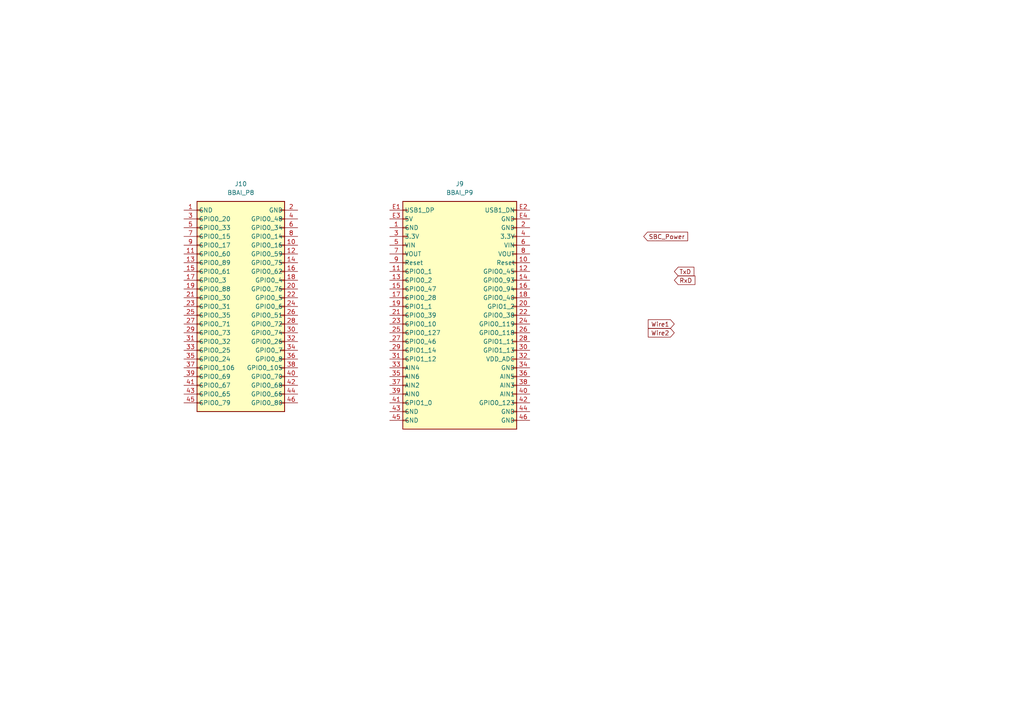
<source format=kicad_sch>
(kicad_sch (version 20231120) (generator "eeschema") (generator_version "8.0")
  (paper "A4")
  (lib_symbols
    (symbol "Custom Library:BBAI-64_P8"
      (property "Reference" "J" (at -67.31 18.542 0))
      (property "Value" "BBAI_P8" (at -67.31 16.51 0))
      (symbol "BBAI-64_P8_1_1"
        (rectangle (start -78.74 -44.323) (end -77.47 -44.577) (stroke (width 0.1524)))
        (rectangle (start -78.74 -41.783) (end -77.47 -42.037) (stroke (width 0.1524)))
        (rectangle (start -78.74 -39.243) (end -77.47 -39.497) (stroke (width 0.1524)))
        (rectangle (start -78.74 -36.703) (end -77.47 -36.957) (stroke (width 0.1524)))
        (rectangle (start -78.74 -34.163) (end -77.47 -34.417) (stroke (width 0.1524)))
        (rectangle (start -78.74 -31.623) (end -77.47 -31.877) (stroke (width 0.1524)))
        (rectangle (start -78.74 -29.083) (end -77.47 -29.337) (stroke (width 0.1524)))
        (rectangle (start -78.74 -26.543) (end -77.47 -26.797) (stroke (width 0.1524)))
        (rectangle (start -78.74 -24.003) (end -77.47 -24.257) (stroke (width 0.1524)))
        (rectangle (start -78.74 -21.463) (end -77.47 -21.717) (stroke (width 0.1524)))
        (rectangle (start -78.74 -18.923) (end -77.47 -19.177) (stroke (width 0.1524)))
        (rectangle (start -78.74 -16.383) (end -77.47 -16.637) (stroke (width 0.1524)))
        (rectangle (start -78.74 -13.843) (end -77.47 -14.097) (stroke (width 0.1524)))
        (rectangle (start -78.74 -11.303) (end -77.47 -11.557) (stroke (width 0.1524)))
        (rectangle (start -78.74 -8.763) (end -77.47 -9.017) (stroke (width 0.1524)))
        (rectangle (start -78.74 -6.223) (end -77.47 -6.477) (stroke (width 0.1524)))
        (rectangle (start -78.74 -3.683) (end -77.47 -3.937) (stroke (width 0.1524)))
        (rectangle (start -78.74 -1.143) (end -77.47 -1.397) (stroke (width 0.1524)))
        (rectangle (start -78.74 1.397) (end -77.47 1.143) (stroke (width 0.1524)))
        (rectangle (start -78.74 3.937) (end -77.47 3.683) (stroke (width 0.1524)))
        (rectangle (start -78.74 6.477) (end -77.47 6.223) (stroke (width 0.1524)))
        (rectangle (start -78.74 9.017) (end -77.47 8.763) (stroke (width 0.1524)))
        (rectangle (start -78.74 11.557) (end -77.47 11.303) (stroke (width 0.1524)))
        (rectangle (start -78.74 13.97) (end -53.34 -46.99) (stroke (width 0.254)) (fill (type background)))
        (rectangle (start -53.34 -44.323) (end -54.61 -44.577) (stroke (width 0.1524)))
        (rectangle (start -53.34 -41.783) (end -54.61 -42.037) (stroke (width 0.1524)))
        (rectangle (start -53.34 -39.243) (end -54.61 -39.497) (stroke (width 0.1524)))
        (rectangle (start -53.34 -36.703) (end -54.61 -36.957) (stroke (width 0.1524)))
        (rectangle (start -53.34 -34.163) (end -54.61 -34.417) (stroke (width 0.1524)))
        (rectangle (start -53.34 -31.623) (end -54.61 -31.877) (stroke (width 0.1524)))
        (rectangle (start -53.34 -29.083) (end -54.61 -29.337) (stroke (width 0.1524)))
        (rectangle (start -53.34 -26.543) (end -54.61 -26.797) (stroke (width 0.1524)))
        (rectangle (start -53.34 -24.003) (end -54.61 -24.257) (stroke (width 0.1524)))
        (rectangle (start -53.34 -21.463) (end -54.61 -21.717) (stroke (width 0.1524)))
        (rectangle (start -53.34 -18.923) (end -54.61 -19.177) (stroke (width 0.1524)))
        (rectangle (start -53.34 -16.383) (end -54.61 -16.637) (stroke (width 0.1524)))
        (rectangle (start -53.34 -13.843) (end -54.61 -14.097) (stroke (width 0.1524)))
        (rectangle (start -53.34 -11.303) (end -54.61 -11.557) (stroke (width 0.1524)))
        (rectangle (start -53.34 -8.763) (end -54.61 -9.017) (stroke (width 0.1524)))
        (rectangle (start -53.34 -6.223) (end -54.61 -6.477) (stroke (width 0.1524)))
        (rectangle (start -53.34 -3.683) (end -54.61 -3.937) (stroke (width 0.1524)))
        (rectangle (start -53.34 -1.143) (end -54.61 -1.397) (stroke (width 0.1524)))
        (rectangle (start -53.34 1.397) (end -54.61 1.143) (stroke (width 0.1524)))
        (rectangle (start -53.34 3.937) (end -54.61 3.683) (stroke (width 0.1524)))
        (rectangle (start -53.34 6.477) (end -54.61 6.223) (stroke (width 0.1524)))
        (rectangle (start -53.34 9.017) (end -54.61 8.763) (stroke (width 0.1524)))
        (rectangle (start -53.34 11.557) (end -54.61 11.303) (stroke (width 0.1524)))
        (pin power_in line (at -82.55 11.43 0) (length 3.81) (name "GND") (number "1"))
        (pin passive line (at -49.53 1.27 180) (length 3.81) (name "GPIO0_16") (number "10"))
        (pin passive line (at -82.55 -1.27 0) (length 3.81) (name "GPIO0_60") (number "11"))
        (pin passive line (at -49.53 -1.27 180) (length 3.81) (name "GPIO0_59") (number "12"))
        (pin passive line (at -82.55 -3.81 0) (length 3.81) (name "GPIO0_89") (number "13"))
        (pin passive line (at -49.53 -3.81 180) (length 3.81) (name "GPIO0_75") (number "14"))
        (pin passive line (at -82.55 -6.35 0) (length 3.81) (name "GPIO0_61") (number "15"))
        (pin passive line (at -49.53 -6.35 180) (length 3.81) (name "GPIO0_62") (number "16"))
        (pin passive line (at -82.55 -8.89 0) (length 3.81) (name "GPIO0_3") (number "17"))
        (pin passive line (at -49.53 -8.89 180) (length 3.81) (name "GPIO0_4") (number "18"))
        (pin passive line (at -82.55 -11.43 0) (length 3.81) (name "GPIO0_88") (number "19"))
        (pin power_in line (at -49.53 11.43 180) (length 3.81) (name "GND") (number "2"))
        (pin passive line (at -49.53 -11.43 180) (length 3.81) (name "GPIO0_76") (number "20"))
        (pin passive line (at -82.55 -13.97 0) (length 3.81) (name "GPIO0_30") (number "21"))
        (pin passive line (at -49.53 -13.97 180) (length 3.81) (name "GPIO0_5") (number "22"))
        (pin passive line (at -82.55 -16.51 0) (length 3.81) (name "GPIO0_31") (number "23"))
        (pin passive line (at -49.53 -16.51 180) (length 3.81) (name "GPIO0_6") (number "24"))
        (pin passive line (at -82.55 -19.05 0) (length 3.81) (name "GPIO0_35") (number "25"))
        (pin passive line (at -49.53 -19.05 180) (length 3.81) (name "GPIO0_51") (number "26"))
        (pin passive line (at -82.55 -21.59 0) (length 3.81) (name "GPIO0_71") (number "27"))
        (pin passive line (at -49.53 -21.59 180) (length 3.81) (name "GPIO0_72") (number "28"))
        (pin passive line (at -82.55 -24.13 0) (length 3.81) (name "GPIO0_73") (number "29"))
        (pin passive line (at -82.55 8.89 0) (length 3.81) (name "GPIO0_20") (number "3"))
        (pin passive line (at -49.53 -24.13 180) (length 3.81) (name "GPIO0_74") (number "30"))
        (pin passive line (at -82.55 -26.67 0) (length 3.81) (name "GPIO0_32") (number "31"))
        (pin passive line (at -49.53 -26.67 180) (length 3.81) (name "GPIO0_26") (number "32"))
        (pin passive line (at -82.55 -29.21 0) (length 3.81) (name "GPIO0_25") (number "33"))
        (pin passive line (at -49.53 -29.21 180) (length 3.81) (name "GPIO0_7") (number "34"))
        (pin passive line (at -82.55 -31.75 0) (length 3.81) (name "GPIO0_24") (number "35"))
        (pin passive line (at -49.53 -31.75 180) (length 3.81) (name "GPIO0_8") (number "36"))
        (pin passive line (at -82.55 -34.29 0) (length 3.81) (name "GPIO0_106") (number "37"))
        (pin passive line (at -49.53 -34.29 180) (length 3.81) (name "GPIO0_105") (number "38"))
        (pin passive line (at -82.55 -36.83 0) (length 3.81) (name "GPIO0_69") (number "39"))
        (pin passive line (at -49.53 8.89 180) (length 3.81) (name "GPIO0_48") (number "4"))
        (pin passive line (at -49.53 -36.83 180) (length 3.81) (name "GPIO0_70") (number "40"))
        (pin passive line (at -82.55 -39.37 0) (length 3.81) (name "GPIO0_67") (number "41"))
        (pin passive line (at -49.53 -39.37 180) (length 3.81) (name "GPIO0_68") (number "42"))
        (pin passive line (at -82.55 -41.91 0) (length 3.81) (name "GPIO0_65") (number "43"))
        (pin passive line (at -49.53 -41.91 180) (length 3.81) (name "GPIO0_66") (number "44"))
        (pin passive line (at -82.55 -44.45 0) (length 3.81) (name "GPIO0_79") (number "45"))
        (pin passive line (at -49.53 -44.45 180) (length 3.81) (name "GPIO0_80") (number "46"))
        (pin passive line (at -82.55 6.35 0) (length 3.81) (name "GPIO0_33") (number "5"))
        (pin passive line (at -49.53 6.35 180) (length 3.81) (name "GPIO0_34") (number "6"))
        (pin passive line (at -82.55 3.81 0) (length 3.81) (name "GPIO0_15") (number "7"))
        (pin passive line (at -49.53 3.81 180) (length 3.81) (name "GPIO0_14") (number "8"))
        (pin passive line (at -82.55 1.27 0) (length 3.81) (name "GPIO0_17") (number "9"))
      )
    )
    (symbol "Custom Library:BBAI-64_P9"
      (property "Reference" "J" (at -0.254 1.016 0))
      (property "Value" "BBAI_P9" (at 0 -1.016 0))
      (symbol "BBAI-64_P9_1_1"
        (rectangle (start -17.78 -65.913) (end -16.51 -66.167) (stroke (width 0.1524)))
        (rectangle (start -17.78 -63.373) (end -16.51 -63.627) (stroke (width 0.1524)))
        (rectangle (start -17.78 -60.833) (end -16.51 -61.087) (stroke (width 0.1524)))
        (rectangle (start -17.78 -58.293) (end -16.51 -58.547) (stroke (width 0.1524)))
        (rectangle (start -17.78 -55.753) (end -16.51 -56.007) (stroke (width 0.1524)))
        (rectangle (start -17.78 -53.213) (end -16.51 -53.467) (stroke (width 0.1524)))
        (rectangle (start -17.78 -50.673) (end -16.51 -50.927) (stroke (width 0.1524)))
        (rectangle (start -17.78 -48.133) (end -16.51 -48.387) (stroke (width 0.1524)))
        (rectangle (start -17.78 -45.593) (end -16.51 -45.847) (stroke (width 0.1524)))
        (rectangle (start -17.78 -43.053) (end -16.51 -43.307) (stroke (width 0.1524)))
        (rectangle (start -17.78 -40.513) (end -16.51 -40.767) (stroke (width 0.1524)))
        (rectangle (start -17.78 -37.973) (end -16.51 -38.227) (stroke (width 0.1524)))
        (rectangle (start -17.78 -35.433) (end -16.51 -35.687) (stroke (width 0.1524)))
        (rectangle (start -17.78 -32.893) (end -16.51 -33.147) (stroke (width 0.1524)))
        (rectangle (start -17.78 -30.353) (end -16.51 -30.607) (stroke (width 0.1524)))
        (rectangle (start -17.78 -27.813) (end -16.51 -28.067) (stroke (width 0.1524)))
        (rectangle (start -17.78 -25.273) (end -16.51 -25.527) (stroke (width 0.1524)))
        (rectangle (start -17.78 -22.733) (end -16.51 -22.987) (stroke (width 0.1524)))
        (rectangle (start -17.78 -20.193) (end -16.51 -20.447) (stroke (width 0.1524)))
        (rectangle (start -17.78 -17.653) (end -16.51 -17.907) (stroke (width 0.1524)))
        (rectangle (start -17.78 -15.113) (end -16.51 -15.367) (stroke (width 0.1524)))
        (rectangle (start -17.78 -12.573) (end -16.51 -12.827) (stroke (width 0.1524)))
        (rectangle (start -17.78 -10.033) (end -16.51 -10.287) (stroke (width 0.1524)))
        (rectangle (start -17.78 -7.493) (end -16.51 -7.747) (stroke (width 0.1524)))
        (rectangle (start -17.78 -4.953) (end -16.51 -5.207) (stroke (width 0.1524)))
        (rectangle (start -17.78 -2.54) (end 15.24 -68.58) (stroke (width 0.254)) (fill (type background)))
        (rectangle (start 15.24 -65.913) (end 13.97 -66.167) (stroke (width 0.1524)))
        (rectangle (start 15.24 -63.373) (end 13.97 -63.627) (stroke (width 0.1524)))
        (rectangle (start 15.24 -60.833) (end 13.97 -61.087) (stroke (width 0.1524)))
        (rectangle (start 15.24 -58.293) (end 13.97 -58.547) (stroke (width 0.1524)))
        (rectangle (start 15.24 -55.753) (end 13.97 -56.007) (stroke (width 0.1524)))
        (rectangle (start 15.24 -53.213) (end 13.97 -53.467) (stroke (width 0.1524)))
        (rectangle (start 15.24 -50.673) (end 13.97 -50.927) (stroke (width 0.1524)))
        (rectangle (start 15.24 -48.133) (end 13.97 -48.387) (stroke (width 0.1524)))
        (rectangle (start 15.24 -45.593) (end 13.97 -45.847) (stroke (width 0.1524)))
        (rectangle (start 15.24 -43.053) (end 13.97 -43.307) (stroke (width 0.1524)))
        (rectangle (start 15.24 -40.513) (end 13.97 -40.767) (stroke (width 0.1524)))
        (rectangle (start 15.24 -37.973) (end 13.97 -38.227) (stroke (width 0.1524)))
        (rectangle (start 15.24 -35.433) (end 13.97 -35.687) (stroke (width 0.1524)))
        (rectangle (start 15.24 -32.893) (end 13.97 -33.147) (stroke (width 0.1524)))
        (rectangle (start 15.24 -30.353) (end 13.97 -30.607) (stroke (width 0.1524)))
        (rectangle (start 15.24 -27.813) (end 13.97 -28.067) (stroke (width 0.1524)))
        (rectangle (start 15.24 -25.273) (end 13.97 -25.527) (stroke (width 0.1524)))
        (rectangle (start 15.24 -22.733) (end 13.97 -22.987) (stroke (width 0.1524)))
        (rectangle (start 15.24 -20.193) (end 13.97 -20.447) (stroke (width 0.1524)))
        (rectangle (start 15.24 -17.653) (end 13.97 -17.907) (stroke (width 0.1524)))
        (rectangle (start 15.24 -15.113) (end 13.97 -15.367) (stroke (width 0.1524)))
        (rectangle (start 15.24 -12.573) (end 13.97 -12.827) (stroke (width 0.1524)))
        (rectangle (start 15.24 -10.033) (end 13.97 -10.287) (stroke (width 0.1524)))
        (rectangle (start 15.24 -7.493) (end 13.97 -7.747) (stroke (width 0.1524)))
        (rectangle (start 15.24 -4.953) (end 13.97 -5.207) (stroke (width 0.1524)))
        (pin power_in line (at -21.59 -10.16 0) (length 3.81) (name "GND") (number "1"))
        (pin input line (at 19.05 -20.32 180) (length 3.81) (name "Reset") (number "10"))
        (pin passive line (at -21.59 -22.86 0) (length 3.81) (name "GPIO0_1") (number "11"))
        (pin passive line (at 19.05 -22.86 180) (length 3.81) (name "GPIO0_45") (number "12"))
        (pin passive line (at -21.59 -25.4 0) (length 3.81) (name "GPIO0_2") (number "13"))
        (pin passive line (at 19.05 -25.4 180) (length 3.81) (name "GPIO0_93") (number "14"))
        (pin passive line (at -21.59 -27.94 0) (length 3.81) (name "GPIO0_47") (number "15"))
        (pin passive line (at 19.05 -27.94 180) (length 3.81) (name "GPIO0_94") (number "16"))
        (pin passive line (at -21.59 -30.48 0) (length 3.81) (name "GPIO0_28") (number "17"))
        (pin passive line (at 19.05 -30.48 180) (length 3.81) (name "GPIO0_40") (number "18"))
        (pin passive line (at -21.59 -33.02 0) (length 3.81) (name "GPIO1_1") (number "19"))
        (pin power_in line (at 19.05 -10.16 180) (length 3.81) (name "GND") (number "2"))
        (pin passive line (at 19.05 -33.02 180) (length 3.81) (name "GPIO1_2") (number "20"))
        (pin passive line (at -21.59 -35.56 0) (length 3.81) (name "GPIO0_39") (number "21"))
        (pin passive line (at 19.05 -35.56 180) (length 3.81) (name "GPIO0_38") (number "22"))
        (pin passive line (at -21.59 -38.1 0) (length 3.81) (name "GPIO0_10") (number "23"))
        (pin passive line (at 19.05 -38.1 180) (length 3.81) (name "GPIO0_119") (number "24"))
        (pin passive line (at -21.59 -40.64 0) (length 3.81) (name "GPIO0_127") (number "25"))
        (pin passive line (at 19.05 -40.64 180) (length 3.81) (name "GPIO0_118") (number "26"))
        (pin passive line (at -21.59 -43.18 0) (length 3.81) (name "GPIO0_46") (number "27"))
        (pin passive line (at 19.05 -43.18 180) (length 3.81) (name "GPIO1_11") (number "28"))
        (pin passive line (at -21.59 -45.72 0) (length 3.81) (name "GPIO1_14") (number "29"))
        (pin power_out line (at -21.59 -12.7 0) (length 3.81) (name "3.3V") (number "3"))
        (pin passive line (at 19.05 -45.72 180) (length 3.81) (name "GPIO1_13") (number "30"))
        (pin passive line (at -21.59 -48.26 0) (length 3.81) (name "GPIO1_12") (number "31"))
        (pin power_in line (at 19.05 -48.26 180) (length 3.81) (name "VDD_ADC") (number "32"))
        (pin passive line (at -21.59 -50.8 0) (length 3.81) (name "AIN4") (number "33"))
        (pin power_in line (at 19.05 -50.8 180) (length 3.81) (name "GND") (number "34"))
        (pin passive line (at -21.59 -53.34 0) (length 3.81) (name "AIN6") (number "35"))
        (pin passive line (at 19.05 -53.34 180) (length 3.81) (name "AIN5") (number "36"))
        (pin passive line (at -21.59 -55.88 0) (length 3.81) (name "AIN2") (number "37"))
        (pin passive line (at 19.05 -55.88 180) (length 3.81) (name "AIN3") (number "38"))
        (pin passive line (at -21.59 -58.42 0) (length 3.81) (name "AIN0") (number "39"))
        (pin power_out line (at 19.05 -12.7 180) (length 3.81) (name "3.3V") (number "4"))
        (pin passive line (at 19.05 -58.42 180) (length 3.81) (name "AIN1") (number "40"))
        (pin passive line (at -21.59 -60.96 0) (length 3.81) (name "GPIO1_0") (number "41"))
        (pin passive line (at 19.05 -60.96 180) (length 3.81) (name "GPIO0_123") (number "42"))
        (pin power_in line (at -21.59 -63.5 0) (length 3.81) (name "GND") (number "43"))
        (pin power_in line (at 19.05 -63.5 180) (length 3.81) (name "GND") (number "44"))
        (pin power_in line (at -21.59 -66.04 0) (length 3.81) (name "GND") (number "45"))
        (pin power_in line (at 19.05 -66.04 180) (length 3.81) (name "GND") (number "46"))
        (pin power_in line (at -21.59 -15.24 0) (length 3.81) (name "VIN") (number "5"))
        (pin power_in line (at 19.05 -15.24 180) (length 3.81) (name "VIN") (number "6"))
        (pin power_out line (at -21.59 -17.78 0) (length 3.81) (name "VOUT") (number "7"))
        (pin power_out line (at 19.05 -17.78 180) (length 3.81) (name "VOUT") (number "8"))
        (pin input line (at -21.59 -20.32 0) (length 3.81) (name "Reset") (number "9"))
        (pin bidirectional line (at -21.59 -5.08 0) (length 3.81) (name "USB1_DP") (number "E1"))
        (pin bidirectional line (at 19.05 -5.08 180) (length 3.81) (name "USB1_DN") (number "E2"))
        (pin power_in line (at -21.59 -7.62 0) (length 3.81) (name "5V") (number "E3"))
        (pin power_in line (at 19.05 -7.62 180) (length 3.81) (name "GND") (number "E4"))
      )
    )
  )
  (global_label "RxD" (shape input) (at 195.58 81.28 0) (property "Intersheetrefs" "${INTERSHEET_REFS}" (effects (hide yes))))
  (global_label "Wire1" (shape input) (at 195.58 93.98 180) (property "Intersheetrefs" "${INTERSHEET_REFS}" (effects (hide yes))))
  (global_label "Wire2" (shape input) (at 195.58 96.52 180) (property "Intersheetrefs" "${INTERSHEET_REFS}" (effects (hide yes))))
  (global_label "TxD" (shape input) (at 195.58 78.74 0) (property "Intersheetrefs" "${INTERSHEET_REFS}" (effects (hide yes))))
  (global_label "SBC_Power" (shape input) (at 186.69 68.58 0) (property "Intersheetrefs" "${INTERSHEET_REFS}" (effects (hide yes))))
  (symbol (lib_id "Custom Library:BBAI-64_P9") (at 134.62 55.88 0) (unit 1)
    (property "Reference" "J9" (at 133.35 53.34 0))
    (property "Value" "BBAI_P9" (at 133.35 55.88 0))
    (property "Footprint" "Connector_PinSocket_2.54mm:PinSocket_2x25_P2.54mm_Vertical" (effects (hide yes)))
  )
  (symbol (lib_id "Custom Library:BBAI-64_P8") (at 135.89 72.39 0) (unit 1)
    (property "Reference" "J10" (at 69.85 53.34 0))
    (property "Value" "BBAI_P8" (at 69.85 55.88 0))
    (property "Footprint" "Connector_PinSocket_2.54mm:PinSocket_2x23_P2.54mm_Vertical" (effects (hide yes)))
  )
)
</source>
